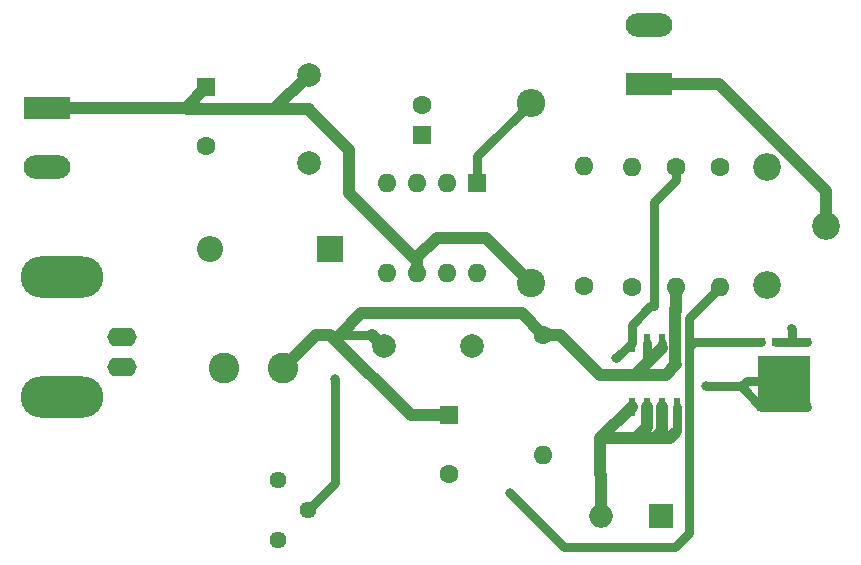
<source format=gbr>
G04 #@! TF.GenerationSoftware,KiCad,Pcbnew,5.0.2-bee76a0~70~ubuntu18.04.1*
G04 #@! TF.CreationDate,2019-07-29T09:45:32+01:00*
G04 #@! TF.ProjectId,led_driver,6c65645f-6472-4697-9665-722e6b696361,rev?*
G04 #@! TF.SameCoordinates,Original*
G04 #@! TF.FileFunction,Copper,L1,Top*
G04 #@! TF.FilePolarity,Positive*
%FSLAX46Y46*%
G04 Gerber Fmt 4.6, Leading zero omitted, Abs format (unit mm)*
G04 Created by KiCad (PCBNEW 5.0.2-bee76a0~70~ubuntu18.04.1) date Mon 29 Jul 2019 09:45:32 BST*
%MOMM*%
%LPD*%
G01*
G04 APERTURE LIST*
G04 #@! TA.AperFunction,ComponentPad*
%ADD10R,1.600000X1.600000*%
G04 #@! TD*
G04 #@! TA.AperFunction,ComponentPad*
%ADD11C,1.600000*%
G04 #@! TD*
G04 #@! TA.AperFunction,ComponentPad*
%ADD12C,2.000000*%
G04 #@! TD*
G04 #@! TA.AperFunction,ComponentPad*
%ADD13R,2.200000X2.200000*%
G04 #@! TD*
G04 #@! TA.AperFunction,ComponentPad*
%ADD14O,2.200000X2.200000*%
G04 #@! TD*
G04 #@! TA.AperFunction,ComponentPad*
%ADD15O,3.960000X1.980000*%
G04 #@! TD*
G04 #@! TA.AperFunction,ComponentPad*
%ADD16R,3.960000X1.980000*%
G04 #@! TD*
G04 #@! TA.AperFunction,ComponentPad*
%ADD17O,7.000000X3.500000*%
G04 #@! TD*
G04 #@! TA.AperFunction,ComponentPad*
%ADD18O,2.500000X1.600000*%
G04 #@! TD*
G04 #@! TA.AperFunction,SMDPad,CuDef*
%ADD19R,0.700000X0.800000*%
G04 #@! TD*
G04 #@! TA.AperFunction,SMDPad,CuDef*
%ADD20R,4.500000X4.290000*%
G04 #@! TD*
G04 #@! TA.AperFunction,SMDPad,CuDef*
%ADD21R,0.600000X1.550000*%
G04 #@! TD*
G04 #@! TA.AperFunction,ComponentPad*
%ADD22O,1.600000X1.600000*%
G04 #@! TD*
G04 #@! TA.AperFunction,ComponentPad*
%ADD23C,2.340000*%
G04 #@! TD*
G04 #@! TA.AperFunction,ComponentPad*
%ADD24C,2.600000*%
G04 #@! TD*
G04 #@! TA.AperFunction,ComponentPad*
%ADD25C,2.400000*%
G04 #@! TD*
G04 #@! TA.AperFunction,ComponentPad*
%ADD26O,2.400000X2.400000*%
G04 #@! TD*
G04 #@! TA.AperFunction,ComponentPad*
%ADD27R,2.000000X2.000000*%
G04 #@! TD*
G04 #@! TA.AperFunction,ComponentPad*
%ADD28O,2.000000X2.000000*%
G04 #@! TD*
G04 #@! TA.AperFunction,ComponentPad*
%ADD29C,1.440000*%
G04 #@! TD*
G04 #@! TA.AperFunction,ViaPad*
%ADD30C,0.800000*%
G04 #@! TD*
G04 #@! TA.AperFunction,Conductor*
%ADD31C,0.750000*%
G04 #@! TD*
G04 #@! TA.AperFunction,Conductor*
%ADD32C,1.000000*%
G04 #@! TD*
G04 APERTURE END LIST*
D10*
G04 #@! TO.P,C1,1*
G04 #@! TO.N,Net-(C1-Pad1)*
X124714000Y-67296800D03*
D11*
G04 #@! TO.P,C1,2*
G04 #@! TO.N,GND*
X124714000Y-64796800D03*
G04 #@! TD*
D10*
G04 #@! TO.P,C2,1*
G04 #@! TO.N,Net-(C2-Pad1)*
X127000000Y-91000000D03*
D11*
G04 #@! TO.P,C2,2*
G04 #@! TO.N,GND*
X127000000Y-96000000D03*
G04 #@! TD*
D12*
G04 #@! TO.P,C3,1*
G04 #@! TO.N,GND*
X129000000Y-85200000D03*
G04 #@! TO.P,C3,2*
G04 #@! TO.N,Net-(C2-Pad1)*
X121500000Y-85200000D03*
G04 #@! TD*
D11*
G04 #@! TO.P,C4,2*
G04 #@! TO.N,GND*
X106500000Y-68250000D03*
D10*
G04 #@! TO.P,C4,1*
G04 #@! TO.N,VDD*
X106500000Y-63250000D03*
G04 #@! TD*
D12*
G04 #@! TO.P,C5,2*
G04 #@! TO.N,GND*
X115163600Y-69700000D03*
G04 #@! TO.P,C5,1*
G04 #@! TO.N,VDD*
X115163600Y-62200000D03*
G04 #@! TD*
D13*
G04 #@! TO.P,D1,1*
G04 #@! TO.N,Net-(D1-Pad1)*
X117000000Y-77000000D03*
D14*
G04 #@! TO.P,D1,2*
G04 #@! TO.N,GND*
X106840000Y-77000000D03*
G04 #@! TD*
D15*
G04 #@! TO.P,J1,2*
G04 #@! TO.N,GND*
X93000000Y-70000000D03*
D16*
G04 #@! TO.P,J1,1*
G04 #@! TO.N,VDD*
X93000000Y-65000000D03*
G04 #@! TD*
G04 #@! TO.P,J2,1*
G04 #@! TO.N,Net-(J2-Pad1)*
X144000000Y-63000000D03*
D15*
G04 #@! TO.P,J2,2*
G04 #@! TO.N,GND*
X144000000Y-58000000D03*
G04 #@! TD*
D17*
G04 #@! TO.P,J3,2*
G04 #@! TO.N,GND*
X94259400Y-89484200D03*
X94259400Y-79324200D03*
D18*
G04 #@! TO.P,J3,1*
G04 #@! TO.N,Net-(J3-Pad1)*
X99339400Y-84404200D03*
G04 #@! TO.P,J3,2*
G04 #@! TO.N,GND*
X99339400Y-86944200D03*
G04 #@! TD*
D19*
G04 #@! TO.P,Q1,1*
G04 #@! TO.N,GND*
X157310000Y-84850000D03*
G04 #@! TO.P,Q1,2*
X156040000Y-84850000D03*
G04 #@! TO.P,Q1,3*
X154760000Y-84850000D03*
G04 #@! TO.P,Q1,4*
G04 #@! TO.N,Net-(J3-Pad1)*
X153490000Y-84850000D03*
G04 #@! TO.P,Q1,5*
G04 #@! TO.N,Net-(Q1-Pad5)*
X153490000Y-90350000D03*
X154760000Y-90350000D03*
X156040000Y-90350000D03*
X157310000Y-90350000D03*
D20*
X155400000Y-88100000D03*
G04 #@! TD*
D21*
G04 #@! TO.P,Q2,1*
G04 #@! TO.N,Net-(C2-Pad1)*
X146305000Y-84900000D03*
G04 #@! TO.P,Q2,2*
X145035000Y-84900000D03*
G04 #@! TO.P,Q2,3*
X143765000Y-84900000D03*
G04 #@! TO.P,Q2,4*
G04 #@! TO.N,Net-(Q1-Pad5)*
X142495000Y-84900000D03*
G04 #@! TO.P,Q2,5*
G04 #@! TO.N,Net-(Q2-Pad5)*
X142495000Y-90300000D03*
G04 #@! TO.P,Q2,6*
X143765000Y-90300000D03*
G04 #@! TO.P,Q2,7*
X145035000Y-90300000D03*
G04 #@! TO.P,Q2,8*
X146305000Y-90300000D03*
G04 #@! TD*
D11*
G04 #@! TO.P,R1,1*
G04 #@! TO.N,Net-(R1-Pad1)*
X138500000Y-80098400D03*
D22*
G04 #@! TO.P,R1,2*
G04 #@! TO.N,GND*
X138500000Y-69938400D03*
G04 #@! TD*
G04 #@! TO.P,R3,2*
G04 #@! TO.N,Net-(R3-Pad2)*
X135000000Y-94360000D03*
D11*
G04 #@! TO.P,R3,1*
G04 #@! TO.N,Net-(C2-Pad1)*
X135000000Y-84200000D03*
G04 #@! TD*
G04 #@! TO.P,R4,1*
G04 #@! TO.N,Net-(Q1-Pad5)*
X146250000Y-70000000D03*
D22*
G04 #@! TO.P,R4,2*
G04 #@! TO.N,Net-(C2-Pad1)*
X146250000Y-80160000D03*
G04 #@! TD*
D11*
G04 #@! TO.P,R5,1*
G04 #@! TO.N,GND*
X150000000Y-70000000D03*
D22*
G04 #@! TO.P,R5,2*
G04 #@! TO.N,Net-(J3-Pad1)*
X150000000Y-80160000D03*
G04 #@! TD*
G04 #@! TO.P,R6,2*
G04 #@! TO.N,GND*
X142500000Y-70000000D03*
D11*
G04 #@! TO.P,R6,1*
G04 #@! TO.N,Net-(Q2-Pad5)*
X142500000Y-80160000D03*
G04 #@! TD*
D23*
G04 #@! TO.P,RV2,3*
G04 #@! TO.N,Net-(R7-Pad1)*
X154000000Y-80000000D03*
G04 #@! TO.P,RV2,2*
G04 #@! TO.N,Net-(J2-Pad1)*
X159000000Y-75000000D03*
G04 #@! TO.P,RV2,1*
G04 #@! TO.N,N/C*
X154000000Y-70000000D03*
G04 #@! TD*
D10*
G04 #@! TO.P,U1,1*
G04 #@! TO.N,Net-(R2-Pad2)*
X129438400Y-71360800D03*
D22*
G04 #@! TO.P,U1,5*
G04 #@! TO.N,Net-(RV1-Pad2)*
X121818400Y-78980800D03*
G04 #@! TO.P,U1,2*
G04 #@! TO.N,Net-(D1-Pad1)*
X126898400Y-71360800D03*
G04 #@! TO.P,U1,6*
G04 #@! TO.N,VDD*
X124358400Y-78980800D03*
G04 #@! TO.P,U1,3*
G04 #@! TO.N,Net-(C1-Pad1)*
X124358400Y-71360800D03*
G04 #@! TO.P,U1,7*
G04 #@! TO.N,Net-(R2-Pad2)*
X126898400Y-78980800D03*
G04 #@! TO.P,U1,4*
G04 #@! TO.N,GND*
X121818400Y-71360800D03*
G04 #@! TO.P,U1,8*
G04 #@! TO.N,Net-(R2-Pad2)*
X129438400Y-78980800D03*
G04 #@! TD*
D24*
G04 #@! TO.P,L1,1*
G04 #@! TO.N,Net-(D1-Pad1)*
X108000000Y-87000000D03*
G04 #@! TO.P,L1,2*
G04 #@! TO.N,Net-(C2-Pad1)*
X113000000Y-87000000D03*
G04 #@! TD*
D25*
G04 #@! TO.P,R2,1*
G04 #@! TO.N,VDD*
X133959600Y-79800000D03*
D26*
G04 #@! TO.P,R2,2*
G04 #@! TO.N,Net-(R2-Pad2)*
X133959600Y-64560000D03*
G04 #@! TD*
D27*
G04 #@! TO.P,R7,1*
G04 #@! TO.N,Net-(R7-Pad1)*
X145000000Y-99600000D03*
D28*
G04 #@! TO.P,R7,2*
G04 #@! TO.N,Net-(Q2-Pad5)*
X139920000Y-99600000D03*
G04 #@! TD*
D29*
G04 #@! TO.P,RV1,3*
G04 #@! TO.N,Net-(R3-Pad2)*
X112600000Y-96520000D03*
G04 #@! TO.P,RV1,2*
G04 #@! TO.N,Net-(RV1-Pad2)*
X115140000Y-99060000D03*
G04 #@! TO.P,RV1,1*
G04 #@! TO.N,Net-(R1-Pad1)*
X112600000Y-101600000D03*
G04 #@! TD*
D30*
G04 #@! TO.N,GND*
X156040000Y-83700000D03*
G04 #@! TO.N,Net-(Q1-Pad5)*
X148800000Y-88600000D03*
X141200000Y-86200000D03*
G04 #@! TO.N,Net-(Q2-Pad5)*
X139840000Y-92955000D03*
G04 #@! TO.N,Net-(J3-Pad1)*
X132200000Y-97600000D03*
G04 #@! TO.N,Net-(RV1-Pad2)*
X117400000Y-88000000D03*
G04 #@! TD*
D31*
G04 #@! TO.N,GND*
X154760000Y-84850000D02*
X157310000Y-84850000D01*
X156040000Y-84850000D02*
X156040000Y-83700000D01*
X156000000Y-83660000D02*
X156040000Y-83700000D01*
D32*
G04 #@! TO.N,Net-(J2-Pad1)*
X146980000Y-63000000D02*
X144000000Y-63000000D01*
X149915602Y-63000000D02*
X146980000Y-63000000D01*
X159000000Y-72084398D02*
X149915602Y-63000000D01*
X159000000Y-75000000D02*
X159000000Y-72084398D01*
D31*
G04 #@! TO.N,Net-(Q1-Pad5)*
X146250000Y-71131370D02*
X144400000Y-72981370D01*
X146250000Y-70000000D02*
X146250000Y-71131370D01*
X144400000Y-72981370D02*
X144400000Y-81800000D01*
X142495000Y-83375000D02*
X142495000Y-84900000D01*
X144070000Y-81800000D02*
X142495000Y-83375000D01*
X144400000Y-81800000D02*
X144070000Y-81800000D01*
X141200000Y-86195000D02*
X142495000Y-84900000D01*
X141200000Y-86200000D02*
X141200000Y-86195000D01*
X154900000Y-88600000D02*
X155400000Y-88100000D01*
X151740000Y-88600000D02*
X153490000Y-90350000D01*
X153490000Y-90350000D02*
X157310000Y-90350000D01*
X152240000Y-88100000D02*
X155400000Y-88100000D01*
X151740000Y-88600000D02*
X152240000Y-88100000D01*
X151740000Y-88600000D02*
X148800000Y-88600000D01*
G04 #@! TO.N,Net-(Q2-Pad5)*
X146305000Y-92405000D02*
X146305000Y-90300000D01*
D32*
X139840000Y-92955000D02*
X142845000Y-92955000D01*
X142845000Y-92955000D02*
X143765000Y-92035000D01*
X143765000Y-92035000D02*
X143765000Y-90300000D01*
X142845000Y-92955000D02*
X144445000Y-92955000D01*
X145035000Y-92365000D02*
X145035000Y-90300000D01*
X144445000Y-92955000D02*
X145035000Y-92365000D01*
X145755000Y-92955000D02*
X146000000Y-92710000D01*
X144445000Y-92955000D02*
X145755000Y-92955000D01*
X146000000Y-92710000D02*
X146180000Y-92530000D01*
D31*
X146180000Y-92530000D02*
X146305000Y-92405000D01*
D32*
X142495000Y-90300000D02*
X139840000Y-92955000D01*
X139840000Y-92955000D02*
X139840000Y-96000000D01*
X139920000Y-96080000D02*
X139920000Y-99600000D01*
X139840000Y-96000000D02*
X139920000Y-96080000D01*
D31*
G04 #@! TO.N,Net-(C2-Pad1)*
X120500001Y-84200001D02*
X121500000Y-85200000D01*
X116600000Y-84200000D02*
X120500001Y-84200001D01*
X116600000Y-84200000D02*
X117800000Y-84200000D01*
X143765000Y-86425000D02*
X143765000Y-84900000D01*
X142590000Y-87600000D02*
X143765000Y-86425000D01*
X145035000Y-85375000D02*
X145035000Y-84900000D01*
X142590000Y-87600000D02*
X142810000Y-87600000D01*
X142590000Y-87600000D02*
X145400000Y-87600000D01*
D32*
X120500000Y-84200000D02*
X121500000Y-85200000D01*
X117800000Y-84200000D02*
X119600000Y-82400000D01*
X133200000Y-82400000D02*
X135000000Y-84200000D01*
X119600000Y-82400000D02*
X133200000Y-82400000D01*
X117000000Y-84200000D02*
X123800000Y-91000000D01*
X116600000Y-84200000D02*
X117000000Y-84200000D01*
X123800000Y-91000000D02*
X127000000Y-91000000D01*
X136400000Y-84200000D02*
X139800000Y-87600000D01*
X135000000Y-84200000D02*
X136400000Y-84200000D01*
D31*
X139800000Y-87600000D02*
X142590000Y-87600000D01*
D32*
X142810000Y-87600000D02*
X145035000Y-85375000D01*
X139800000Y-87600000D02*
X142810000Y-87600000D01*
X145400000Y-87600000D02*
X146180000Y-86820000D01*
X142810000Y-87600000D02*
X145400000Y-87600000D01*
D31*
X146180000Y-86820000D02*
X146305000Y-86695000D01*
D32*
X146250000Y-80160000D02*
X146250000Y-82248285D01*
X146250000Y-82000000D02*
X146250000Y-82248285D01*
D31*
X146250000Y-80160000D02*
X146250000Y-82000000D01*
D32*
X146180000Y-82070000D02*
X146250000Y-82000000D01*
X146180000Y-86820000D02*
X146180000Y-82070000D01*
X115800000Y-84200000D02*
X116600000Y-84200000D01*
X113000000Y-87000000D02*
X115800000Y-84200000D01*
G04 #@! TO.N,VDD*
X104750000Y-65000000D02*
X106500000Y-63250000D01*
X93000000Y-65000000D02*
X104750000Y-65000000D01*
X104750000Y-65000000D02*
X104862400Y-65112400D01*
X112251200Y-65112400D02*
X115163600Y-62200000D01*
X111600000Y-65112400D02*
X112251200Y-65112400D01*
X104862400Y-65112400D02*
X111600000Y-65112400D01*
X124358400Y-77849430D02*
X124358400Y-78980800D01*
X124308970Y-77800000D02*
X124358400Y-77849430D01*
X111600000Y-65112400D02*
X115163600Y-65112400D01*
X118600000Y-72200000D02*
X124200000Y-77800000D01*
X115163600Y-65112400D02*
X115163600Y-65163600D01*
X115163600Y-65163600D02*
X118600000Y-68600000D01*
X118600000Y-68600000D02*
X118600000Y-72200000D01*
X124200000Y-77800000D02*
X124308970Y-77800000D01*
X124358400Y-78980800D02*
X124358400Y-77641600D01*
X124358400Y-77641600D02*
X126000000Y-76000000D01*
X126000000Y-76000000D02*
X130159600Y-76000000D01*
X130159600Y-76000000D02*
X133959600Y-79800000D01*
D31*
G04 #@! TO.N,Net-(J3-Pad1)*
X99339400Y-84404200D02*
X99595800Y-84404200D01*
X147790000Y-84850000D02*
X148890000Y-84850000D01*
X147355010Y-85284990D02*
X147790000Y-84850000D01*
X147355010Y-82804990D02*
X150000000Y-80160000D01*
X147355010Y-85284990D02*
X147355010Y-82804990D01*
X148890000Y-84850000D02*
X153490000Y-84850000D01*
X147355010Y-101044990D02*
X146200000Y-102200000D01*
X147355010Y-85284990D02*
X147355010Y-101044990D01*
X132200000Y-97600000D02*
X136800000Y-102200000D01*
X136800000Y-102200000D02*
X146200000Y-102200000D01*
G04 #@! TO.N,Net-(R2-Pad2)*
X129438400Y-69081200D02*
X133959600Y-64560000D01*
X129438400Y-71360800D02*
X129438400Y-69081200D01*
G04 #@! TO.N,Net-(RV1-Pad2)*
X117400000Y-96800000D02*
X115140000Y-99060000D01*
X117400000Y-88000000D02*
X117400000Y-96800000D01*
G04 #@! TD*
M02*

</source>
